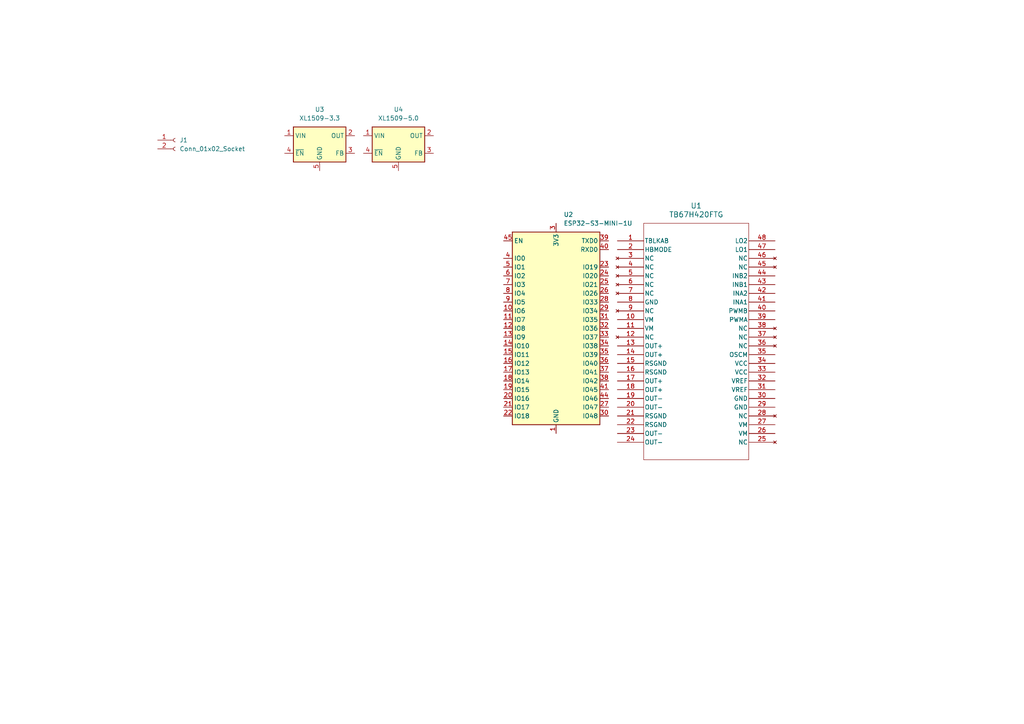
<source format=kicad_sch>
(kicad_sch (version 20231120) (generator "eeschema") (generator_version "8.0")
  (paper "A4")
  (lib_symbols
    (symbol "Connector:Conn_01x02_Socket" (pin_names (offset 1.016) hide)
      (property "Reference" "J" (at 0 2.54 0))
      (property "Value" "Conn_01x02_Socket" (at 0 -5.08 0))
      (symbol "Conn_01x02_Socket_1_1"
        (arc (start 0 -2.032) (mid -0.5058 -2.54) (end 0 -3.048) (stroke (width 0.1524)))
        (polyline (pts (xy -1.27 -2.54) (xy -0.508 -2.54)) (stroke (width 0.1524)))
        (polyline (pts (xy -1.27 0) (xy -0.508 0)) (stroke (width 0.1524)))
        (arc (start 0 0.508) (mid -0.5058 0) (end 0 -0.508) (stroke (width 0.1524)))
        (pin passive line (at -5.08 0 0) (length 3.81) (name "Pin_1") (number "1"))
        (pin passive line (at -5.08 -2.54 0) (length 3.81) (name "Pin_2") (number "2"))
      )
    )
    (symbol "RF_Module:ESP32-S3-MINI-1U"
      (property "Reference" "U" (at -11.43 29.21 0))
      (property "Value" "ESP32-S3-MINI-1U" (at 12.7 29.21 0))
      (symbol "ESP32-S3-MINI-1U_0_1"
        (rectangle (start -12.7 27.94) (end 12.7 -27.94) (stroke (width 0.254)) (fill (type background)))
      )
      (symbol "ESP32-S3-MINI-1U_1_1"
        (pin power_in line (at 0 -30.48 90) (length 2.54) (name "GND") (number "1"))
        (pin bidirectional line (at -15.24 5.08 0) (length 2.54) (name "IO6") (number "10"))
        (pin bidirectional line (at -15.24 2.54 0) (length 2.54) (name "IO7") (number "11"))
        (pin bidirectional line (at -15.24 0 0) (length 2.54) (name "IO8") (number "12"))
        (pin bidirectional line (at -15.24 -2.54 0) (length 2.54) (name "IO9") (number "13"))
        (pin bidirectional line (at -15.24 -5.08 0) (length 2.54) (name "IO10") (number "14"))
        (pin bidirectional line (at -15.24 -7.62 0) (length 2.54) (name "IO11") (number "15"))
        (pin bidirectional line (at -15.24 -10.16 0) (length 2.54) (name "IO12") (number "16"))
        (pin bidirectional line (at -15.24 -12.7 0) (length 2.54) (name "IO13") (number "17"))
        (pin bidirectional line (at -15.24 -15.24 0) (length 2.54) (name "IO14") (number "18"))
        (pin bidirectional line (at -15.24 -17.78 0) (length 2.54) (name "IO15") (number "19"))
        (pin passive line (at 0 -30.48 90) (length 2.54) hide (name "GND") (number "2"))
        (pin bidirectional line (at -15.24 -20.32 0) (length 2.54) (name "IO16") (number "20"))
        (pin bidirectional line (at -15.24 -22.86 0) (length 2.54) (name "IO17") (number "21"))
        (pin bidirectional line (at -15.24 -25.4 0) (length 2.54) (name "IO18") (number "22"))
        (pin bidirectional line (at 15.24 17.78 180) (length 2.54) (name "IO19") (number "23"))
        (pin bidirectional line (at 15.24 15.24 180) (length 2.54) (name "IO20") (number "24"))
        (pin bidirectional line (at 15.24 12.7 180) (length 2.54) (name "IO21") (number "25"))
        (pin bidirectional line (at 15.24 10.16 180) (length 2.54) (name "IO26") (number "26"))
        (pin bidirectional line (at 15.24 -22.86 180) (length 2.54) (name "IO47") (number "27"))
        (pin bidirectional line (at 15.24 7.62 180) (length 2.54) (name "IO33") (number "28"))
        (pin bidirectional line (at 15.24 5.08 180) (length 2.54) (name "IO34") (number "29"))
        (pin power_in line (at 0 30.48 270) (length 2.54) (name "3V3") (number "3"))
        (pin bidirectional line (at 15.24 -25.4 180) (length 2.54) (name "IO48") (number "30"))
        (pin bidirectional line (at 15.24 2.54 180) (length 2.54) (name "IO35") (number "31"))
        (pin bidirectional line (at 15.24 0 180) (length 2.54) (name "IO36") (number "32"))
        (pin bidirectional line (at 15.24 -2.54 180) (length 2.54) (name "IO37") (number "33"))
        (pin bidirectional line (at 15.24 -5.08 180) (length 2.54) (name "IO38") (number "34"))
        (pin bidirectional line (at 15.24 -7.62 180) (length 2.54) (name "IO39") (number "35"))
        (pin bidirectional line (at 15.24 -10.16 180) (length 2.54) (name "IO40") (number "36"))
        (pin bidirectional line (at 15.24 -12.7 180) (length 2.54) (name "IO41") (number "37"))
        (pin bidirectional line (at 15.24 -15.24 180) (length 2.54) (name "IO42") (number "38"))
        (pin bidirectional line (at 15.24 25.4 180) (length 2.54) (name "TXD0") (number "39"))
        (pin bidirectional line (at -15.24 20.32 0) (length 2.54) (name "IO0") (number "4"))
        (pin bidirectional line (at 15.24 22.86 180) (length 2.54) (name "RXD0") (number "40"))
        (pin bidirectional line (at 15.24 -17.78 180) (length 2.54) (name "IO45") (number "41"))
        (pin passive line (at 0 -30.48 90) (length 2.54) hide (name "GND") (number "42"))
        (pin passive line (at 0 -30.48 90) (length 2.54) hide (name "GND") (number "43"))
        (pin bidirectional line (at 15.24 -20.32 180) (length 2.54) (name "IO46") (number "44"))
        (pin input line (at -15.24 25.4 0) (length 2.54) (name "EN") (number "45"))
        (pin passive line (at 0 -30.48 90) (length 2.54) hide (name "GND") (number "46"))
        (pin passive line (at 0 -30.48 90) (length 2.54) hide (name "GND") (number "47"))
        (pin passive line (at 0 -30.48 90) (length 2.54) hide (name "GND") (number "48"))
        (pin passive line (at 0 -30.48 90) (length 2.54) hide (name "GND") (number "49"))
        (pin bidirectional line (at -15.24 17.78 0) (length 2.54) (name "IO1") (number "5"))
        (pin passive line (at 0 -30.48 90) (length 2.54) hide (name "GND") (number "50"))
        (pin passive line (at 0 -30.48 90) (length 2.54) hide (name "GND") (number "51"))
        (pin passive line (at 0 -30.48 90) (length 2.54) hide (name "GND") (number "52"))
        (pin passive line (at 0 -30.48 90) (length 2.54) hide (name "GND") (number "53"))
        (pin passive line (at 0 -30.48 90) (length 2.54) hide (name "GND") (number "54"))
        (pin passive line (at 0 -30.48 90) (length 2.54) hide (name "GND") (number "55"))
        (pin passive line (at 0 -30.48 90) (length 2.54) hide (name "GND") (number "56"))
        (pin passive line (at 0 -30.48 90) (length 2.54) hide (name "GND") (number "57"))
        (pin passive line (at 0 -30.48 90) (length 2.54) hide (name "GND") (number "58"))
        (pin passive line (at 0 -30.48 90) (length 2.54) hide (name "GND") (number "59"))
        (pin bidirectional line (at -15.24 15.24 0) (length 2.54) (name "IO2") (number "6"))
        (pin passive line (at 0 -30.48 90) (length 2.54) hide (name "GND") (number "60"))
        (pin passive line (at 0 -30.48 90) (length 2.54) hide (name "GND") (number "61"))
        (pin passive line (at 0 -30.48 90) (length 2.54) hide (name "GND") (number "62"))
        (pin passive line (at 0 -30.48 90) (length 2.54) hide (name "GND") (number "63"))
        (pin passive line (at 0 -30.48 90) (length 2.54) hide (name "GND") (number "64"))
        (pin passive line (at 0 -30.48 90) (length 2.54) hide (name "GND") (number "65"))
        (pin bidirectional line (at -15.24 12.7 0) (length 2.54) (name "IO3") (number "7"))
        (pin bidirectional line (at -15.24 10.16 0) (length 2.54) (name "IO4") (number "8"))
        (pin bidirectional line (at -15.24 7.62 0) (length 2.54) (name "IO5") (number "9"))
      )
    )
    (symbol "Regulator_Switching:XL1509-3.3"
      (property "Reference" "U" (at -7.112 6.096 0))
      (property "Value" "XL1509-3.3" (at 5.842 6.096 0))
      (symbol "XL1509-3.3_0_1"
        (rectangle (start -7.62 5.08) (end 7.62 -5.08) (stroke (width 0.254)) (fill (type background)))
      )
      (symbol "XL1509-3.3_1_1"
        (pin power_in line (at -10.16 2.54 0) (length 2.54) (name "VIN") (number "1"))
        (pin power_out line (at 10.16 2.54 180) (length 2.54) (name "OUT") (number "2"))
        (pin input line (at 10.16 -2.54 180) (length 2.54) (name "FB") (number "3"))
        (pin input line (at -10.16 -2.54 0) (length 2.54) (name "~{EN}") (number "4"))
        (pin power_in line (at 0 -7.62 90) (length 2.54) (name "GND") (number "5"))
        (pin passive line (at 0 -7.62 90) (length 2.54) hide (name "GND") (number "6"))
        (pin passive line (at 0 -7.62 90) (length 2.54) hide (name "GND") (number "7"))
        (pin passive line (at 0 -7.62 90) (length 2.54) hide (name "GND") (number "8"))
      )
    )
    (symbol "Regulator_Switching:XL1509-5.0"
      (property "Reference" "U" (at -7.112 6.096 0))
      (property "Value" "XL1509-5.0" (at 5.842 6.096 0))
      (symbol "XL1509-5.0_0_1"
        (rectangle (start -7.62 5.08) (end 7.62 -5.08) (stroke (width 0.254)) (fill (type background)))
      )
      (symbol "XL1509-5.0_1_1"
        (pin power_in line (at -10.16 2.54 0) (length 2.54) (name "VIN") (number "1"))
        (pin power_out line (at 10.16 2.54 180) (length 2.54) (name "OUT") (number "2"))
        (pin input line (at 10.16 -2.54 180) (length 2.54) (name "FB") (number "3"))
        (pin input line (at -10.16 -2.54 0) (length 2.54) (name "~{EN}") (number "4"))
        (pin power_in line (at 0 -7.62 90) (length 2.54) (name "GND") (number "5"))
        (pin passive line (at 0 -7.62 90) (length 2.54) hide (name "GND") (number "6"))
        (pin passive line (at 0 -7.62 90) (length 2.54) hide (name "GND") (number "7"))
        (pin passive line (at 0 -7.62 90) (length 2.54) hide (name "GND") (number "8"))
      )
    )
    (symbol "TB67H420FTG:TB67H420FTG" (pin_names (offset 0.254))
      (property "Reference" "U" (at 22.86 10.16 0))
      (property "Value" "TB67H420FTG" (at 22.86 7.62 0))
      (symbol "TB67H420FTG_0_1"
        (polyline (pts (xy 7.62 -63.5) (xy 38.1 -63.5)) (stroke (width 0.127)))
        (polyline (pts (xy 7.62 5.08) (xy 7.62 -63.5)) (stroke (width 0.127)))
        (polyline (pts (xy 38.1 -63.5) (xy 38.1 5.08)) (stroke (width 0.127)))
        (polyline (pts (xy 38.1 5.08) (xy 7.62 5.08)) (stroke (width 0.127)))
        (pin unspecified line (at 0 0 0) (length 7.62) (name "TBLKAB") (number "1"))
        (pin unspecified line (at 0 -22.86 0) (length 7.62) (name "VM") (number "10"))
        (pin unspecified line (at 0 -25.4 0) (length 7.62) (name "VM") (number "11"))
        (pin no_connect line (at 0 -27.94 0) (length 7.62) (name "NC") (number "12"))
        (pin output line (at 0 -30.48 0) (length 7.62) (name "OUT+") (number "13"))
        (pin output line (at 0 -33.02 0) (length 7.62) (name "OUT+") (number "14"))
        (pin power_out line (at 0 -35.56 0) (length 7.62) (name "RSGND") (number "15"))
        (pin power_out line (at 0 -38.1 0) (length 7.62) (name "RSGND") (number "16"))
        (pin output line (at 0 -40.64 0) (length 7.62) (name "OUT+") (number "17"))
        (pin output line (at 0 -43.18 0) (length 7.62) (name "OUT+") (number "18"))
        (pin output line (at 0 -45.72 0) (length 7.62) (name "OUT-") (number "19"))
        (pin unspecified line (at 0 -2.54 0) (length 7.62) (name "HBMODE") (number "2"))
        (pin output line (at 0 -48.26 0) (length 7.62) (name "OUT-") (number "20"))
        (pin power_out line (at 0 -50.8 0) (length 7.62) (name "RSGND") (number "21"))
        (pin power_out line (at 0 -53.34 0) (length 7.62) (name "RSGND") (number "22"))
        (pin output line (at 0 -55.88 0) (length 7.62) (name "OUT-") (number "23"))
        (pin output line (at 0 -58.42 0) (length 7.62) (name "OUT-") (number "24"))
        (pin no_connect line (at 45.72 -58.42 180) (length 7.62) (name "NC") (number "25"))
        (pin unspecified line (at 45.72 -55.88 180) (length 7.62) (name "VM") (number "26"))
        (pin unspecified line (at 45.72 -53.34 180) (length 7.62) (name "VM") (number "27"))
        (pin no_connect line (at 45.72 -50.8 180) (length 7.62) (name "NC") (number "28"))
        (pin power_out line (at 45.72 -48.26 180) (length 7.62) (name "GND") (number "29"))
        (pin no_connect line (at 0 -5.08 0) (length 7.62) (name "NC") (number "3"))
        (pin power_out line (at 45.72 -45.72 180) (length 7.62) (name "GND") (number "30"))
        (pin power_in line (at 45.72 -43.18 180) (length 7.62) (name "VREF") (number "31"))
        (pin power_in line (at 45.72 -40.64 180) (length 7.62) (name "VREF") (number "32"))
        (pin power_in line (at 45.72 -38.1 180) (length 7.62) (name "VCC") (number "33"))
        (pin power_in line (at 45.72 -35.56 180) (length 7.62) (name "VCC") (number "34"))
        (pin unspecified line (at 45.72 -33.02 180) (length 7.62) (name "OSCM") (number "35"))
        (pin no_connect line (at 45.72 -30.48 180) (length 7.62) (name "NC") (number "36"))
        (pin no_connect line (at 45.72 -27.94 180) (length 7.62) (name "NC") (number "37"))
        (pin no_connect line (at 45.72 -25.4 180) (length 7.62) (name "NC") (number "38"))
        (pin unspecified line (at 45.72 -22.86 180) (length 7.62) (name "PWMA") (number "39"))
        (pin no_connect line (at 0 -7.62 0) (length 7.62) (name "NC") (number "4"))
        (pin unspecified line (at 45.72 -20.32 180) (length 7.62) (name "PWMB") (number "40"))
        (pin input line (at 45.72 -17.78 180) (length 7.62) (name "INA1") (number "41"))
        (pin input line (at 45.72 -15.24 180) (length 7.62) (name "INA2") (number "42"))
        (pin input line (at 45.72 -12.7 180) (length 7.62) (name "INB1") (number "43"))
        (pin input line (at 45.72 -10.16 180) (length 7.62) (name "INB2") (number "44"))
        (pin no_connect line (at 45.72 -7.62 180) (length 7.62) (name "NC") (number "45"))
        (pin no_connect line (at 45.72 -5.08 180) (length 7.62) (name "NC") (number "46"))
        (pin bidirectional line (at 45.72 -2.54 180) (length 7.62) (name "LO1") (number "47"))
        (pin bidirectional line (at 45.72 0 180) (length 7.62) (name "LO2") (number "48"))
        (pin no_connect line (at 0 -10.16 0) (length 7.62) (name "NC") (number "5"))
        (pin no_connect line (at 0 -12.7 0) (length 7.62) (name "NC") (number "6"))
        (pin no_connect line (at 0 -15.24 0) (length 7.62) (name "NC") (number "7"))
        (pin power_out line (at 0 -17.78 0) (length 7.62) (name "GND") (number "8"))
        (pin no_connect line (at 0 -20.32 0) (length 7.62) (name "NC") (number "9"))
      )
    )
  )
  (no_connect (at 95.25 -3.81))
  (symbol (lib_id "RF_Module:ESP32-S3-MINI-1U") (at 161.29 95.25 0) (unit 1)
    (property "Reference" "U2" (at 163.4841 62.23 0) (effects (justify left)))
    (property "Value" "ESP32-S3-MINI-1U" (at 163.4841 64.77 0) (effects (justify left)))
    (property "Footprint" "RF_Module:ESP32-S2-MINI-1U" (effects (hide yes)))
    (property "Datasheet" "https://www.espressif.com/sites/default/files/documentation/esp32-s3-mini-1_mini-1u_datasheet_en.pdf" (effects (hide yes)))
    (property "Description" "RF Module, ESP32-S3 SoC, Wi-Fi 802.11b/g/n, Bluetooth, BLE, 32-bit, 3.3V, SMD, external antenna" (effects (hide yes)))
  )
  (symbol (lib_id "Connector:Conn_01x02_Socket") (at 50.8 40.64 0) (unit 1)
    (property "Reference" "J1" (at 52.07 40.6399 0) (effects (justify left)))
    (property "Value" "Conn_01x02_Socket" (at 52.07 43.1799 0) (effects (justify left)))
    (property "Description" "Generic connector, single row, 01x02, script generated" (effects (hide yes)))
  )
  (symbol (lib_id "Regulator_Switching:XL1509-3.3") (at 92.71 41.91 0) (unit 1)
    (property "Reference" "U3" (at 92.71 31.75 0))
    (property "Value" "XL1509-3.3" (at 92.71 34.29 0))
    (property "Footprint" "Package_SO:SOIC-8_3.9x4.9mm_P1.27mm" (effects (hide yes)))
    (property "Datasheet" "https://datasheet.lcsc.com/lcsc/1809050422_XLSEMI-XL1509-5-0E1_C61063.pdf" (effects (hide yes)))
    (property "Description" "Buck DC/DC Converter, 2A, 3.3V Output Voltage, 4.5-40V Input Voltage" (effects (hide yes)))
  )
  (symbol (lib_id "TB67H420FTG:TB67H420FTG") (at 179.07 69.85 0) (unit 1)
    (property "Reference" "U1" (at 201.93 59.69 0) (effects (font (size 1.524 1.524))))
    (property "Value" "TB67H420FTG" (at 201.93 62.23 0) (effects (font (size 1.524 1.524))))
    (property "Footprint" "P-WQFN48-0707-0p50-003_TOS" (effects (hide yes)))
    (property "Datasheet" "TB67H420FTG" (effects (hide yes)))
  )
  (symbol (lib_id "Regulator_Switching:XL1509-5.0") (at 115.57 41.91 0) (unit 1)
    (property "Reference" "U4" (at 115.57 31.75 0))
    (property "Value" "XL1509-5.0" (at 115.57 34.29 0))
    (property "Footprint" "Package_SO:SOIC-8_3.9x4.9mm_P1.27mm" (effects (hide yes)))
    (property "Datasheet" "https://datasheet.lcsc.com/lcsc/1809050422_XLSEMI-XL1509-5-0E1_C61063.pdf" (effects (hide yes)))
    (property "Description" "Buck DC/DC Converter, 2A, 5V Output Voltage, 7-40V Input Voltage" (effects (hide yes)))
  )
)
</source>
